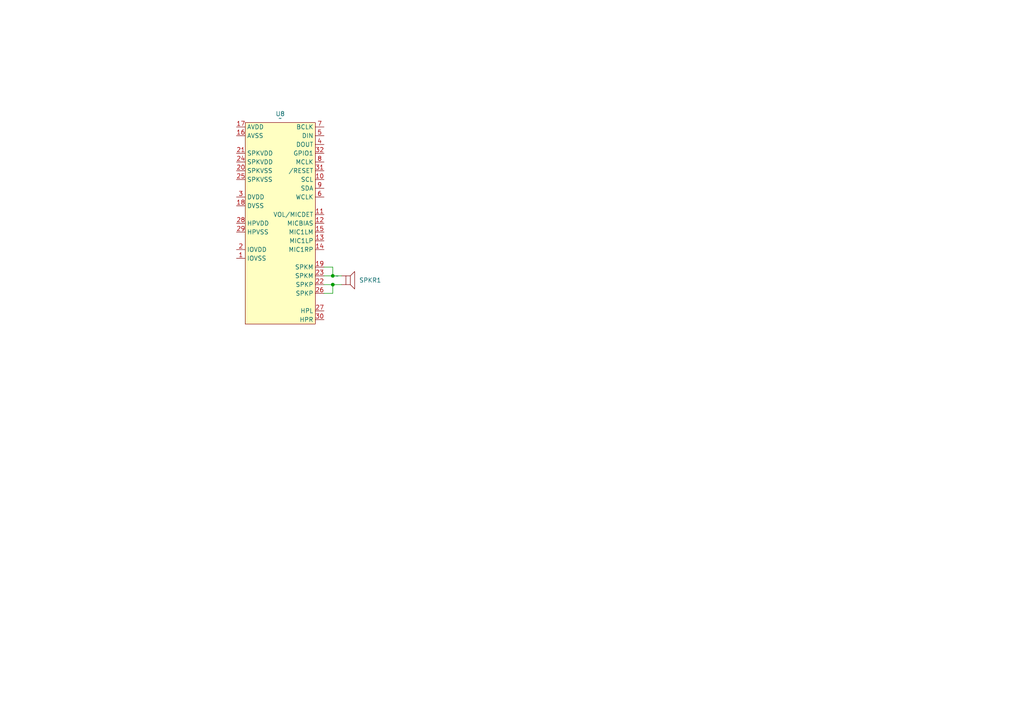
<source format=kicad_sch>
(kicad_sch (version 20230121) (generator eeschema)
  (paper "A4")
  (lib_symbols
    (symbol "a5d27_handheld_console:SPEAKER" (pin_numbers hide) (pin_names hide)
      (property "Reference" "SPKR" (at 0 3.81 0))
      (symbol "SPEAKER_0_1"
        (polyline (pts (xy 0 1.27) (xy 1.27 2.54) (xy 1.27 -2.54) (xy 0 -1.27)))
        (polyline (pts (xy -1.27 1.27) (xy -1.27 -1.27) (xy 0 -1.27) (xy 0 1.27) (xy -1.27 1.27)))
      )
      (symbol "SPEAKER_1_1"
        (pin passive line (at -2.54 1.27 0) (length 1.27) (name "") (number "1"))
        (pin passive line (at -2.54 -1.27 0) (length 1.27) (name "") (number "2"))
      )
    )
    (symbol "a5d27_handheld_console:TLV320AIC3100"
      (property "Reference" "U" (at 0 30.48 0))
      (symbol "TLV320AIC3100_1_1"
        (rectangle (start -10.16 29.21) (end 10.16 -29.21) (fill (type background)))
        (pin power_in line (at -12.7 -10.16 0) (length 2.54) (name "IOVSS") (number "1"))
        (pin bidirectional line (at 12.7 12.7 180) (length 2.54) (name "SCL") (number "10"))
        (pin input line (at 12.7 2.54 180) (length 2.54) (name "VOL/MICDET") (number "11"))
        (pin output line (at 12.7 0 180) (length 2.54) (name "MICBIAS") (number "12"))
        (pin input line (at 12.7 -5.08 180) (length 2.54) (name "MIC1LP") (number "13"))
        (pin input line (at 12.7 -7.62 180) (length 2.54) (name "MIC1RP") (number "14"))
        (pin input line (at 12.7 -2.54 180) (length 2.54) (name "MIC1LM") (number "15"))
        (pin power_in line (at -12.7 25.4 0) (length 2.54) (name "AVSS") (number "16"))
        (pin power_in line (at -12.7 27.94 0) (length 2.54) (name "AVDD") (number "17"))
        (pin power_in line (at -12.7 5.08 0) (length 2.54) (name "DVSS") (number "18"))
        (pin bidirectional line (at 12.7 -12.7 180) (length 2.54) (name "SPKM") (number "19"))
        (pin power_in line (at -12.7 -7.62 0) (length 2.54) (name "IOVDD") (number "2"))
        (pin power_in line (at -12.7 15.24 0) (length 2.54) (name "SPKVSS") (number "20"))
        (pin power_in line (at -12.7 20.32 0) (length 2.54) (name "SPKVDD") (number "21"))
        (pin bidirectional line (at 12.7 -17.78 180) (length 2.54) (name "SPKP") (number "22"))
        (pin bidirectional line (at 12.7 -15.24 180) (length 2.54) (name "SPKM") (number "23"))
        (pin power_in line (at -12.7 17.78 0) (length 2.54) (name "SPKVDD") (number "24"))
        (pin power_in line (at -12.7 12.7 0) (length 2.54) (name "SPKVSS") (number "25"))
        (pin bidirectional line (at 12.7 -20.32 180) (length 2.54) (name "SPKP") (number "26"))
        (pin output line (at 12.7 -25.4 180) (length 2.54) (name "HPL") (number "27"))
        (pin power_in line (at -12.7 0 0) (length 2.54) (name "HPVDD") (number "28"))
        (pin power_in line (at -12.7 -2.54 0) (length 2.54) (name "HPVSS") (number "29"))
        (pin power_in line (at -12.7 7.62 0) (length 2.54) (name "DVDD") (number "3"))
        (pin output line (at 12.7 -27.94 180) (length 2.54) (name "HPR") (number "30"))
        (pin input line (at 12.7 15.24 180) (length 2.54) (name "/RESET") (number "31"))
        (pin bidirectional line (at 12.7 20.32 180) (length 2.54) (name "GPIO1") (number "32"))
        (pin output line (at 12.7 22.86 180) (length 2.54) (name "DOUT") (number "4"))
        (pin input line (at 12.7 25.4 180) (length 2.54) (name "DIN") (number "5"))
        (pin bidirectional line (at 12.7 7.62 180) (length 2.54) (name "WCLK") (number "6"))
        (pin bidirectional line (at 12.7 27.94 180) (length 2.54) (name "BCLK") (number "7"))
        (pin input line (at 12.7 17.78 180) (length 2.54) (name "MCLK") (number "8"))
        (pin bidirectional line (at 12.7 10.16 180) (length 2.54) (name "SDA") (number "9"))
      )
    )
  )
  (junction (at 96.52 80.01))
  (junction (at 96.52 82.55))
  (wire (pts (xy 93.98 82.55) (xy 96.52 82.55)))
  (wire (pts (xy 93.98 77.47) (xy 96.52 77.47)))
  (wire (pts (xy 96.52 82.55) (xy 99.06 82.55)))
  (wire (pts (xy 93.98 85.09) (xy 96.52 85.09)))
  (wire (pts (xy 96.52 85.09) (xy 96.52 82.55)))
  (wire (pts (xy 96.52 80.01) (xy 99.06 80.01)))
  (wire (pts (xy 96.52 80.01) (xy 93.98 80.01)))
  (wire (pts (xy 96.52 77.47) (xy 96.52 80.01)))
  (symbol (lib_id "a5d27_handheld_console:TLV320AIC3100") (at 81.28 64.77 0) (unit 1)
    (property "Reference" "U8" (at 81.28 33.02 0))
    (property "Value" "~" (at 81.28 34.29 0))
    (property "Footprint" "a5d27_handheld_console:TLV320AIC3100" (effects hide))
  )
  (symbol (lib_id "a5d27_handheld_console:SPEAKER") (at 101.6 81.28 0) (unit 1)
    (property "Reference" "SPKR1" (at 104.14 81.28 0) (effects (justify left)))
    (property "Value" "~" (at 97.79 80.01 0))
    (property "Footprint" "a5d27_handheld_console:SPEAKER" (effects hide))
  )
)
</source>
